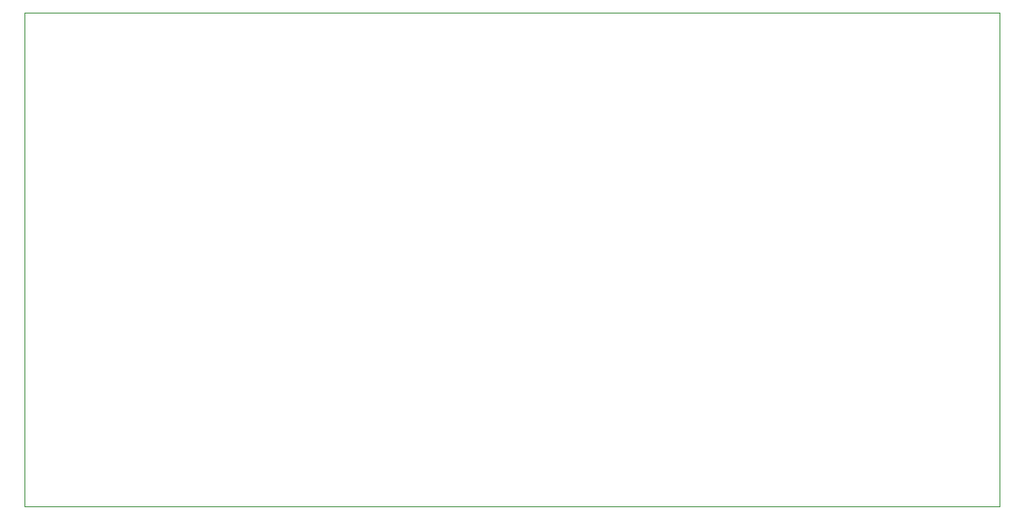
<source format=gbr>
G04 #@! TF.GenerationSoftware,KiCad,Pcbnew,5.1.4+dfsg1-1*
G04 #@! TF.CreationDate,2020-01-11T23:19:06+01:00*
G04 #@! TF.ProjectId,wbplotter,7762706c-6f74-4746-9572-2e6b69636164,rev?*
G04 #@! TF.SameCoordinates,Original*
G04 #@! TF.FileFunction,Profile,NP*
%FSLAX46Y46*%
G04 Gerber Fmt 4.6, Leading zero omitted, Abs format (unit mm)*
G04 Created by KiCad (PCBNEW 5.1.4+dfsg1-1) date 2020-01-11 23:19:06*
%MOMM*%
%LPD*%
G04 APERTURE LIST*
%ADD10C,0.050000*%
G04 APERTURE END LIST*
D10*
X50800000Y-102870000D02*
X50800000Y-152400000D01*
X148590000Y-102870000D02*
X50800000Y-102870000D01*
X148590000Y-152400000D02*
X148590000Y-102870000D01*
X50800000Y-152400000D02*
X148590000Y-152400000D01*
M02*

</source>
